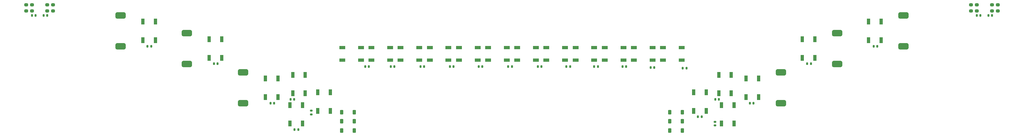
<source format=gbr>
%TF.GenerationSoftware,KiCad,Pcbnew,7.0.9-7.0.9~ubuntu22.04.1*%
%TF.CreationDate,2023-12-27T20:48:07-05:00*%
%TF.ProjectId,GT-Wheel-RevLight,47542d57-6865-4656-9c2d-5265764c6967,rev?*%
%TF.SameCoordinates,Original*%
%TF.FileFunction,Paste,Top*%
%TF.FilePolarity,Positive*%
%FSLAX46Y46*%
G04 Gerber Fmt 4.6, Leading zero omitted, Abs format (unit mm)*
G04 Created by KiCad (PCBNEW 7.0.9-7.0.9~ubuntu22.04.1) date 2023-12-27 20:48:07*
%MOMM*%
%LPD*%
G01*
G04 APERTURE LIST*
G04 Aperture macros list*
%AMRoundRect*
0 Rectangle with rounded corners*
0 $1 Rounding radius*
0 $2 $3 $4 $5 $6 $7 $8 $9 X,Y pos of 4 corners*
0 Add a 4 corners polygon primitive as box body*
4,1,4,$2,$3,$4,$5,$6,$7,$8,$9,$2,$3,0*
0 Add four circle primitives for the rounded corners*
1,1,$1+$1,$2,$3*
1,1,$1+$1,$4,$5*
1,1,$1+$1,$6,$7*
1,1,$1+$1,$8,$9*
0 Add four rect primitives between the rounded corners*
20,1,$1+$1,$2,$3,$4,$5,0*
20,1,$1+$1,$4,$5,$6,$7,0*
20,1,$1+$1,$6,$7,$8,$9,0*
20,1,$1+$1,$8,$9,$2,$3,0*%
G04 Aperture macros list end*
%ADD10RoundRect,0.425000X0.925000X0.425000X-0.925000X0.425000X-0.925000X-0.425000X0.925000X-0.425000X0*%
%ADD11R,1.500000X0.900000*%
%ADD12RoundRect,0.225000X-0.225000X-0.375000X0.225000X-0.375000X0.225000X0.375000X-0.225000X0.375000X0*%
%ADD13R,0.900000X1.500000*%
%ADD14RoundRect,0.140000X-0.140000X-0.170000X0.140000X-0.170000X0.140000X0.170000X-0.140000X0.170000X0*%
%ADD15RoundRect,0.200000X0.275000X-0.200000X0.275000X0.200000X-0.275000X0.200000X-0.275000X-0.200000X0*%
%ADD16RoundRect,0.140000X0.140000X0.170000X-0.140000X0.170000X-0.140000X-0.170000X0.140000X-0.170000X0*%
%ADD17RoundRect,0.225000X0.225000X0.375000X-0.225000X0.375000X-0.225000X-0.375000X0.225000X-0.375000X0*%
%ADD18RoundRect,0.140000X-0.170000X0.140000X-0.170000X-0.140000X0.170000X-0.140000X0.170000X0.140000X0*%
%ADD19RoundRect,0.140000X0.170000X-0.140000X0.170000X0.140000X-0.170000X0.140000X-0.170000X-0.140000X0*%
G04 APERTURE END LIST*
D10*
%TO.C,SW5*%
X232755643Y-80667849D03*
X232755643Y-72567849D03*
%TD*%
%TO.C,SW6*%
X250142308Y-76009106D03*
X250142308Y-67909106D03*
%TD*%
D11*
%TO.C,D15*%
X123297002Y-79659112D03*
X123297002Y-76359112D03*
X118397002Y-76359112D03*
X118397002Y-79659112D03*
%TD*%
D12*
%TO.C,D2*%
X102974275Y-93380738D03*
X106274275Y-93380738D03*
%TD*%
D13*
%TO.C,D29*%
X223605643Y-79067849D03*
X226905643Y-79067849D03*
X226905643Y-74167849D03*
X223605643Y-74167849D03*
%TD*%
D14*
%TO.C,C9*%
X90614275Y-97980738D03*
X91574275Y-97980738D03*
%TD*%
D11*
%TO.C,D21*%
X169115184Y-79659112D03*
X169115184Y-76359112D03*
X164215184Y-76359112D03*
X164215184Y-79659112D03*
%TD*%
D15*
%TO.C,R4*%
X267824275Y-66705738D03*
X267824275Y-65055738D03*
%TD*%
D14*
%TO.C,C26*%
X209894275Y-90980738D03*
X210854275Y-90980738D03*
%TD*%
D10*
%TO.C,SW4*%
X218010906Y-90992225D03*
X218010906Y-82892225D03*
%TD*%
D13*
%TO.C,D7*%
X50856242Y-74409106D03*
X54156242Y-74409106D03*
X54156242Y-69509106D03*
X50856242Y-69509106D03*
%TD*%
D14*
%TO.C,C1*%
X52094275Y-75980738D03*
X53054275Y-75980738D03*
%TD*%
%TO.C,C2*%
X138824275Y-81380738D03*
X139784275Y-81380738D03*
%TD*%
%TO.C,C17*%
X123574275Y-81380738D03*
X124534275Y-81380738D03*
%TD*%
%TO.C,C20*%
X269324275Y-67880738D03*
X270284275Y-67880738D03*
%TD*%
D16*
%TO.C,C21*%
X25824275Y-67880738D03*
X24864275Y-67880738D03*
%TD*%
D15*
%TO.C,R7*%
X27324275Y-66705738D03*
X27324275Y-65055738D03*
%TD*%
D13*
%TO.C,D12*%
X96670751Y-92996271D03*
X99970751Y-92996271D03*
X99970751Y-88096271D03*
X96670751Y-88096271D03*
%TD*%
D14*
%TO.C,C3*%
X69494275Y-80580738D03*
X70454275Y-80580738D03*
%TD*%
%TO.C,C12*%
X176494275Y-81380738D03*
X177454275Y-81380738D03*
%TD*%
D11*
%TO.C,D23*%
X184387911Y-79659112D03*
X184387911Y-76359112D03*
X179487911Y-76359112D03*
X179487911Y-79659112D03*
%TD*%
D13*
%TO.C,D11*%
X89432419Y-96371561D03*
X92732419Y-96371561D03*
X92732419Y-91471561D03*
X89432419Y-91471561D03*
%TD*%
D11*
%TO.C,D24*%
X192024275Y-79659112D03*
X192024275Y-76359112D03*
X187124275Y-76359112D03*
X187124275Y-79659112D03*
%TD*%
D15*
%TO.C,R5*%
X21824275Y-66705738D03*
X21824275Y-65055738D03*
%TD*%
D14*
%TO.C,C14*%
X183894275Y-81580738D03*
X184854275Y-81580738D03*
%TD*%
%TO.C,C27*%
X224894275Y-80580738D03*
X225854275Y-80580738D03*
%TD*%
D11*
%TO.C,D13*%
X108024275Y-79659112D03*
X108024275Y-76359112D03*
X103124275Y-76359112D03*
X103124275Y-79659112D03*
%TD*%
D14*
%TO.C,C10*%
X169094275Y-81380738D03*
X170054275Y-81380738D03*
%TD*%
D13*
%TO.C,D10*%
X90128498Y-88415337D03*
X93428498Y-88415337D03*
X93428498Y-83515337D03*
X90128498Y-83515337D03*
%TD*%
D11*
%TO.C,D17*%
X138569730Y-79659112D03*
X138569730Y-76359112D03*
X133669730Y-76359112D03*
X133669730Y-79659112D03*
%TD*%
D14*
%TO.C,C6*%
X154324275Y-81380738D03*
X155284275Y-81380738D03*
%TD*%
D13*
%TO.C,D26*%
X195177799Y-92996271D03*
X198477799Y-92996271D03*
X198477799Y-88096271D03*
X195177799Y-88096271D03*
%TD*%
%TO.C,D8*%
X68242907Y-79067849D03*
X71542907Y-79067849D03*
X71542907Y-74167849D03*
X68242907Y-74167849D03*
%TD*%
D17*
%TO.C,D6*%
X192174275Y-95780738D03*
X188874275Y-95780738D03*
%TD*%
D13*
%TO.C,D27*%
X202416131Y-96371561D03*
X205716131Y-96371561D03*
X205716131Y-91471561D03*
X202416131Y-91471561D03*
%TD*%
%TO.C,D9*%
X82987644Y-89392225D03*
X86287644Y-89392225D03*
X86287644Y-84492225D03*
X82987644Y-84492225D03*
%TD*%
D18*
%TO.C,C11*%
X94974275Y-92980738D03*
X94974275Y-93940738D03*
%TD*%
D13*
%TO.C,D28*%
X208860906Y-89392225D03*
X212160906Y-89392225D03*
X212160906Y-84492225D03*
X208860906Y-84492225D03*
%TD*%
D14*
%TO.C,C16*%
X192294275Y-81780738D03*
X193254275Y-81780738D03*
%TD*%
D17*
%TO.C,D4*%
X192174275Y-98180738D03*
X188874275Y-98180738D03*
%TD*%
D10*
%TO.C,SW3*%
X77137644Y-90992225D03*
X77137644Y-82892225D03*
%TD*%
%TO.C,SW1*%
X45006242Y-76009106D03*
X45006242Y-67909106D03*
%TD*%
D14*
%TO.C,C22*%
X21824275Y-67880738D03*
X22784275Y-67880738D03*
%TD*%
%TO.C,C13*%
X109094275Y-81380738D03*
X110054275Y-81380738D03*
%TD*%
D11*
%TO.C,D18*%
X146206093Y-79659112D03*
X146206093Y-76359112D03*
X141306093Y-76359112D03*
X141306093Y-79659112D03*
%TD*%
D14*
%TO.C,C4*%
X146574275Y-81380738D03*
X147534275Y-81380738D03*
%TD*%
D10*
%TO.C,SW2*%
X62392907Y-80667849D03*
X62392907Y-72567849D03*
%TD*%
D12*
%TO.C,D3*%
X102974275Y-98180738D03*
X106274275Y-98180738D03*
%TD*%
D17*
%TO.C,D5*%
X192174275Y-93380738D03*
X188874275Y-93380738D03*
%TD*%
D15*
%TO.C,R2*%
X273324275Y-66705738D03*
X273324275Y-65055738D03*
%TD*%
D19*
%TO.C,C25*%
X200774275Y-96860738D03*
X200774275Y-95900738D03*
%TD*%
D14*
%TO.C,C19*%
X131324275Y-81380738D03*
X132284275Y-81380738D03*
%TD*%
D15*
%TO.C,R6*%
X25824275Y-66705738D03*
X25824275Y-65055738D03*
%TD*%
D13*
%TO.C,D30*%
X240992308Y-74409106D03*
X244292308Y-74409106D03*
X244292308Y-69509106D03*
X240992308Y-69509106D03*
%TD*%
D14*
%TO.C,C15*%
X115824275Y-81380738D03*
X116784275Y-81380738D03*
%TD*%
D15*
%TO.C,R3*%
X274824275Y-66705738D03*
X274824275Y-65055738D03*
%TD*%
D14*
%TO.C,C28*%
X242294275Y-75980738D03*
X243254275Y-75980738D03*
%TD*%
D13*
%TO.C,D25*%
X201720052Y-88415337D03*
X205020052Y-88415337D03*
X205020052Y-83515337D03*
X201720052Y-83515337D03*
%TD*%
D16*
%TO.C,C18*%
X273324275Y-67880738D03*
X272364275Y-67880738D03*
%TD*%
D14*
%TO.C,C8*%
X161824275Y-81380738D03*
X162784275Y-81380738D03*
%TD*%
D12*
%TO.C,D1*%
X102974275Y-95780738D03*
X106274275Y-95780738D03*
%TD*%
D11*
%TO.C,D22*%
X176751548Y-79659112D03*
X176751548Y-76359112D03*
X171851548Y-76359112D03*
X171851548Y-79659112D03*
%TD*%
%TO.C,D19*%
X153842457Y-79659112D03*
X153842457Y-76359112D03*
X148942457Y-76359112D03*
X148942457Y-79659112D03*
%TD*%
D14*
%TO.C,C24*%
X196294275Y-94580738D03*
X197254275Y-94580738D03*
%TD*%
D11*
%TO.C,D14*%
X115660639Y-79659112D03*
X115660639Y-76359112D03*
X110760639Y-76359112D03*
X110760639Y-79659112D03*
%TD*%
%TO.C,D16*%
X130933366Y-79659112D03*
X130933366Y-76359112D03*
X126033366Y-76359112D03*
X126033366Y-79659112D03*
%TD*%
D15*
%TO.C,R8*%
X20324275Y-66705738D03*
X20324275Y-65055738D03*
%TD*%
D11*
%TO.C,D20*%
X161478820Y-79659112D03*
X161478820Y-76359112D03*
X156578820Y-76359112D03*
X156578820Y-79659112D03*
%TD*%
D15*
%TO.C,R1*%
X269324275Y-66705738D03*
X269324275Y-65055738D03*
%TD*%
D16*
%TO.C,C23*%
X201774275Y-89980738D03*
X200814275Y-89980738D03*
%TD*%
D14*
%TO.C,C7*%
X89574275Y-89980738D03*
X90534275Y-89980738D03*
%TD*%
%TO.C,C5*%
X84294275Y-90980738D03*
X85254275Y-90980738D03*
%TD*%
M02*

</source>
